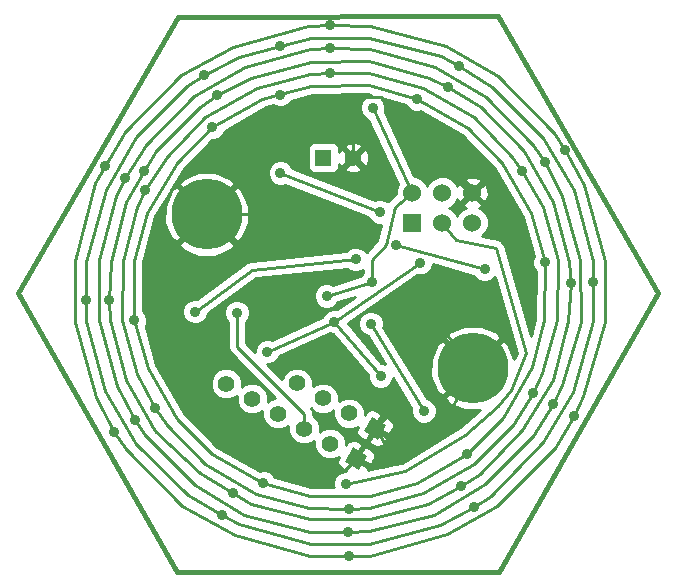
<source format=gtl>
G04 (created by PCBNEW-RS274X (2011-07-08 BZR 3044)-stable) date 5/7/2013 10:27:45 AM*
G01*
G70*
G90*
%MOIN*%
G04 Gerber Fmt 3.4, Leading zero omitted, Abs format*
%FSLAX34Y34*%
G04 APERTURE LIST*
%ADD10C,0.006000*%
%ADD11C,0.015000*%
%ADD12R,0.055000X0.055000*%
%ADD13C,0.055000*%
%ADD14R,0.060000X0.060000*%
%ADD15C,0.060000*%
%ADD16C,0.236200*%
%ADD17C,0.023600*%
%ADD18C,0.035000*%
%ADD19C,0.010000*%
G04 APERTURE END LIST*
G54D10*
G54D11*
X33980Y-28089D02*
X33972Y-28082D01*
X28661Y-37298D02*
X33980Y-28089D01*
X33965Y-46589D02*
X28661Y-37298D01*
X44697Y-46589D02*
X33965Y-46589D01*
X49996Y-37302D02*
X44697Y-46589D01*
X44646Y-28070D02*
X49996Y-37302D01*
X33972Y-28082D02*
X44646Y-28070D01*
G54D12*
X38831Y-32789D03*
G54D13*
X39831Y-32789D03*
G54D10*
G36*
X40297Y-42718D02*
X40022Y-43195D01*
X39545Y-42920D01*
X39820Y-42443D01*
X40297Y-42718D01*
X40297Y-42718D01*
G37*
G54D13*
X39055Y-42319D03*
X38189Y-41819D03*
X37323Y-41319D03*
X36457Y-40819D03*
X35591Y-40319D03*
G54D10*
G36*
X40927Y-41706D02*
X40652Y-42183D01*
X40175Y-41908D01*
X40450Y-41431D01*
X40927Y-41706D01*
X40927Y-41706D01*
G37*
G54D13*
X39685Y-41307D03*
X38819Y-40807D03*
X37953Y-40307D03*
G54D14*
X41791Y-34958D03*
G54D15*
X41791Y-33958D03*
X42791Y-34958D03*
X42791Y-33958D03*
X43791Y-34958D03*
X43791Y-33958D03*
G54D16*
X43803Y-39797D03*
G54D17*
X43803Y-38911D03*
X43803Y-40683D03*
X44571Y-39354D03*
X44571Y-40240D03*
X43035Y-39354D03*
X43035Y-40240D03*
G54D16*
X34937Y-34679D03*
G54D17*
X34937Y-33793D03*
X34937Y-35565D03*
X35705Y-34236D03*
X35705Y-35122D03*
X34169Y-34236D03*
X34169Y-35122D03*
G54D18*
X37374Y-29073D03*
X43846Y-44423D03*
X34850Y-30037D03*
X47823Y-36943D03*
X35441Y-44699D03*
X43343Y-29742D03*
X30913Y-37533D03*
X46882Y-32525D03*
X39043Y-28360D03*
X31543Y-33077D03*
X31839Y-41919D03*
X47193Y-41403D03*
X39669Y-46049D03*
X37394Y-33293D03*
X40713Y-34592D03*
X39906Y-36175D03*
X34551Y-37919D03*
X39587Y-43655D03*
X42177Y-41226D03*
X40409Y-38317D03*
X41252Y-35695D03*
X44205Y-36514D03*
X35126Y-31777D03*
X36827Y-43639D03*
X46205Y-36269D03*
X43630Y-42659D03*
X37386Y-30683D03*
X32531Y-38210D03*
X41949Y-30828D03*
X39059Y-29962D03*
X45449Y-33218D03*
X45823Y-40620D03*
X33220Y-41147D03*
X32898Y-33860D03*
X39669Y-44510D03*
X47067Y-36974D03*
X43406Y-43730D03*
X32850Y-33226D03*
X35819Y-43966D03*
X35268Y-30706D03*
X42992Y-30431D03*
X31681Y-37517D03*
X39650Y-45254D03*
X39059Y-29136D03*
X46220Y-32927D03*
X32543Y-41525D03*
X32220Y-33458D03*
X46488Y-41010D03*
X40732Y-40065D03*
X42043Y-36289D03*
X39193Y-38250D03*
X36961Y-39250D03*
X36575Y-32520D03*
X36654Y-42008D03*
X34488Y-40669D03*
X34764Y-36772D03*
X41732Y-41614D03*
X43819Y-37795D03*
X38346Y-37041D03*
X38346Y-37828D03*
X35945Y-37953D03*
X40469Y-31116D03*
X38937Y-37395D03*
X40441Y-36931D03*
G54D19*
X42728Y-45017D02*
X43846Y-44423D01*
X47181Y-33868D02*
X46161Y-32139D01*
X38409Y-45659D02*
X40358Y-45659D01*
X47819Y-38242D02*
X47823Y-36943D01*
X32579Y-42317D02*
X34331Y-44037D01*
X30913Y-37533D02*
X30913Y-38238D01*
X32567Y-32088D02*
X31575Y-33856D01*
X37374Y-29074D02*
X36020Y-29439D01*
X40358Y-28789D02*
X38429Y-28789D01*
X46161Y-32139D02*
X44441Y-30439D01*
X34850Y-30037D02*
X34291Y-30391D01*
X43846Y-44423D02*
X44421Y-44053D01*
X36020Y-29439D02*
X34850Y-30037D01*
X34331Y-44037D02*
X35441Y-44699D01*
X35441Y-44699D02*
X36012Y-44998D01*
X40358Y-45659D02*
X42728Y-45017D01*
X47138Y-40584D02*
X47819Y-38242D01*
X42752Y-29407D02*
X40358Y-28789D01*
X43343Y-29742D02*
X42752Y-29407D01*
X36012Y-44998D02*
X38409Y-45659D01*
X44441Y-30439D02*
X43343Y-29742D01*
X44421Y-44053D02*
X46157Y-42265D01*
X31575Y-33856D02*
X30913Y-36258D01*
X38429Y-28789D02*
X37374Y-29074D01*
X47823Y-36943D02*
X47799Y-36242D01*
X31559Y-40565D02*
X32579Y-42317D01*
X30913Y-36258D02*
X30913Y-37533D01*
X37374Y-29073D02*
X37374Y-29074D01*
X46157Y-42265D02*
X47138Y-40584D01*
X47799Y-36242D02*
X47181Y-33868D01*
X30913Y-38238D02*
X31559Y-40565D01*
X34291Y-30391D02*
X32567Y-32088D01*
X39669Y-46049D02*
X40382Y-46049D01*
X47484Y-40726D02*
X48209Y-38250D01*
X30551Y-38250D02*
X31240Y-40769D01*
X31220Y-33636D02*
X30547Y-36246D01*
X30547Y-36246D02*
X30551Y-38250D01*
X35831Y-29096D02*
X34071Y-30037D01*
X38323Y-28399D02*
X35831Y-29096D01*
X40382Y-28388D02*
X39043Y-28360D01*
X46882Y-32525D02*
X46512Y-31958D01*
X46512Y-31958D02*
X44661Y-30077D01*
X44661Y-30077D02*
X42929Y-29077D01*
X42929Y-29077D02*
X40382Y-28388D01*
X32240Y-42498D02*
X34126Y-44388D01*
X47520Y-33710D02*
X46882Y-32525D01*
X32220Y-31947D02*
X31543Y-33077D01*
X39043Y-28360D02*
X38323Y-28399D01*
X47193Y-41403D02*
X47484Y-40726D01*
X48201Y-36226D02*
X47520Y-33710D01*
X34071Y-30037D02*
X32220Y-31947D01*
X31240Y-40769D02*
X31839Y-41919D01*
X38370Y-46053D02*
X39669Y-46049D01*
X35882Y-45380D02*
X38370Y-46053D01*
X34126Y-44388D02*
X35882Y-45380D01*
X40382Y-46049D02*
X42941Y-45317D01*
X31839Y-41919D02*
X32240Y-42498D01*
X46559Y-42478D02*
X47193Y-41403D01*
X44630Y-44399D02*
X46559Y-42478D01*
X42941Y-45317D02*
X44630Y-44399D01*
X48209Y-38250D02*
X48201Y-36226D01*
X31543Y-33077D02*
X31220Y-33636D01*
X37394Y-33293D02*
X40713Y-34592D01*
X39906Y-36175D02*
X36465Y-36517D01*
X36465Y-36517D02*
X34551Y-37919D01*
X44591Y-35805D02*
X43244Y-35533D01*
X43244Y-35533D02*
X42791Y-34958D01*
X41559Y-43238D02*
X43559Y-42017D01*
X43559Y-42017D02*
X44650Y-41077D01*
X45594Y-39313D02*
X44591Y-35805D01*
X45071Y-40521D02*
X45594Y-39313D01*
X39587Y-43655D02*
X41559Y-43238D01*
X44650Y-41077D02*
X45071Y-40521D01*
X40409Y-38317D02*
X42177Y-41226D01*
X41252Y-35695D02*
X44205Y-36514D01*
X32531Y-38210D02*
X32969Y-39813D01*
X41945Y-43636D02*
X43630Y-42659D01*
X35126Y-31777D02*
X33949Y-32978D01*
X44783Y-32970D02*
X43638Y-31797D01*
X46205Y-36269D02*
X45760Y-34643D01*
X32969Y-39813D02*
X33937Y-41502D01*
X38378Y-44049D02*
X40374Y-44061D01*
X32512Y-36242D02*
X32531Y-38210D01*
X35114Y-42659D02*
X36827Y-43639D01*
X33937Y-41502D02*
X35114Y-42659D01*
X40374Y-44061D02*
X41945Y-43636D01*
X37373Y-30677D02*
X37374Y-30677D01*
X37386Y-30683D02*
X37373Y-30677D01*
X46189Y-38210D02*
X46205Y-36269D01*
X33949Y-32978D02*
X32945Y-34624D01*
X36827Y-43639D02*
X38378Y-44049D01*
X32945Y-34624D02*
X32512Y-36242D01*
X40346Y-30360D02*
X38406Y-30403D01*
X37374Y-30677D02*
X36791Y-30832D01*
X45776Y-39758D02*
X46189Y-38210D01*
X43630Y-42659D02*
X44831Y-41454D01*
X43638Y-31797D02*
X41949Y-30828D01*
X45760Y-34643D02*
X44783Y-32970D01*
X38406Y-30403D02*
X37374Y-30677D01*
X44831Y-41454D02*
X45776Y-39758D01*
X41949Y-30828D02*
X40346Y-30360D01*
X36791Y-30832D02*
X35126Y-31777D01*
X45122Y-32765D02*
X43843Y-31443D01*
X34894Y-31431D02*
X33602Y-32754D01*
X46142Y-34439D02*
X45449Y-33218D01*
X32134Y-36242D02*
X32122Y-38206D01*
X43839Y-42990D02*
X45161Y-41699D01*
X33602Y-41691D02*
X34898Y-42994D01*
X32614Y-34443D02*
X32134Y-36242D01*
X46650Y-36199D02*
X46142Y-34439D01*
X46130Y-39978D02*
X46630Y-38206D01*
X38362Y-44466D02*
X39669Y-44510D01*
X36598Y-43986D02*
X38362Y-44466D01*
X43843Y-31443D02*
X42134Y-30462D01*
X45823Y-40620D02*
X46130Y-39978D01*
X45161Y-41699D02*
X45823Y-40620D01*
X39669Y-44510D02*
X40362Y-44478D01*
X33602Y-32754D02*
X32898Y-33860D01*
X36618Y-30470D02*
X34894Y-31431D01*
X32614Y-39986D02*
X33220Y-41147D01*
X46630Y-38206D02*
X46650Y-36199D01*
X32122Y-38206D02*
X32614Y-39986D01*
X39059Y-29962D02*
X38398Y-29990D01*
X45449Y-33218D02*
X45122Y-32765D01*
X40362Y-44478D02*
X42138Y-43978D01*
X42134Y-30462D02*
X40362Y-29966D01*
X38398Y-29990D02*
X36618Y-30470D01*
X32898Y-33860D02*
X32614Y-34443D01*
X40362Y-29966D02*
X39059Y-29962D01*
X34898Y-42994D02*
X36598Y-43986D01*
X33220Y-41147D02*
X33602Y-41691D01*
X42138Y-43978D02*
X43839Y-42990D01*
X43406Y-43730D02*
X42323Y-44325D01*
X31717Y-38199D02*
X31681Y-37517D01*
X36413Y-30128D02*
X38402Y-29588D01*
X38394Y-44836D02*
X36402Y-44317D01*
X40370Y-44836D02*
X38394Y-44836D01*
X42323Y-44325D02*
X40370Y-44836D01*
X44051Y-43336D02*
X43406Y-43730D01*
X45461Y-41880D02*
X44051Y-43336D01*
X46480Y-40214D02*
X45461Y-41880D01*
X46976Y-38222D02*
X46480Y-40214D01*
X42362Y-30120D02*
X42992Y-30431D01*
X35819Y-43966D02*
X35817Y-43970D01*
X32236Y-34250D02*
X32858Y-33227D01*
X32850Y-33226D02*
X32858Y-33228D01*
X32858Y-33228D02*
X32858Y-33227D01*
X33256Y-32573D02*
X34701Y-31104D01*
X42992Y-30431D02*
X44067Y-31108D01*
X46480Y-34273D02*
X47020Y-36262D01*
X33209Y-41899D02*
X32264Y-40187D01*
X31681Y-37517D02*
X31732Y-36258D01*
X34701Y-31104D02*
X35268Y-30706D01*
X45508Y-32565D02*
X46480Y-34273D01*
X38402Y-29588D02*
X40362Y-29569D01*
X40362Y-29569D02*
X42362Y-30120D01*
X35268Y-30706D02*
X36413Y-30128D01*
X44067Y-31108D02*
X45508Y-32565D01*
X47067Y-36974D02*
X46976Y-38222D01*
X31732Y-36258D02*
X32236Y-34250D01*
X35817Y-43970D02*
X34701Y-43309D01*
X34701Y-43309D02*
X33209Y-41899D01*
X32264Y-40187D02*
X31717Y-38199D01*
X36402Y-44317D02*
X35817Y-43970D01*
X47020Y-36262D02*
X47067Y-36974D01*
X32858Y-33227D02*
X33256Y-32573D01*
X31350Y-38195D02*
X31941Y-40407D01*
X34539Y-43702D02*
X36181Y-44683D01*
X47398Y-36210D02*
X46795Y-34069D01*
X36181Y-44683D02*
X38382Y-45262D01*
X38382Y-45262D02*
X39650Y-45254D01*
X32543Y-41525D02*
X32886Y-42041D01*
X45807Y-42069D02*
X46488Y-41010D01*
X44224Y-43659D02*
X45807Y-42069D01*
X42520Y-44683D02*
X44224Y-43659D01*
X40343Y-45218D02*
X42520Y-44683D01*
X31941Y-40407D02*
X32543Y-41525D01*
X32929Y-32368D02*
X32220Y-33458D01*
X31335Y-36214D02*
X31350Y-38195D01*
X32220Y-33458D02*
X31913Y-34061D01*
X46220Y-32927D02*
X45831Y-32368D01*
X34520Y-30738D02*
X32929Y-32368D01*
X32886Y-42041D02*
X34539Y-43702D01*
X46783Y-40376D02*
X47402Y-38250D01*
X47402Y-38250D02*
X47398Y-36210D01*
X39650Y-45254D02*
X40343Y-45218D01*
X45831Y-32368D02*
X44252Y-30769D01*
X44252Y-30769D02*
X42539Y-29750D01*
X42539Y-29750D02*
X40382Y-29167D01*
X40382Y-29167D02*
X39059Y-29136D01*
X36228Y-29765D02*
X34520Y-30738D01*
X38386Y-29155D02*
X36228Y-29765D01*
X46795Y-34069D02*
X46220Y-32927D01*
X46488Y-41010D02*
X46783Y-40376D01*
X39059Y-29136D02*
X38386Y-29155D01*
X31913Y-34061D02*
X31335Y-36214D01*
X39193Y-38250D02*
X40732Y-40065D01*
X39193Y-38250D02*
X36961Y-39250D01*
X39193Y-38250D02*
X42043Y-36289D01*
X39831Y-32789D02*
X39831Y-31130D01*
X39831Y-31130D02*
X39449Y-30748D01*
X36575Y-32520D02*
X37677Y-32520D01*
X37677Y-32520D02*
X39449Y-30748D01*
X43791Y-33791D02*
X43791Y-33958D01*
X39449Y-30748D02*
X40748Y-30748D01*
X40748Y-30748D02*
X43791Y-33791D01*
X36437Y-34679D02*
X36437Y-33721D01*
X36575Y-33583D02*
X36575Y-32520D01*
X36437Y-33721D02*
X36575Y-33583D01*
X34937Y-34679D02*
X36437Y-34679D01*
X36437Y-34679D02*
X36411Y-34679D01*
X36411Y-34679D02*
X36496Y-34764D01*
X36654Y-42008D02*
X37047Y-42008D01*
X39512Y-43228D02*
X39921Y-42819D01*
X38267Y-43228D02*
X39512Y-43228D01*
X37047Y-42008D02*
X38267Y-43228D01*
X35827Y-42008D02*
X36654Y-42008D01*
X34488Y-40669D02*
X35827Y-42008D01*
X36496Y-34764D02*
X36496Y-34882D01*
X36496Y-34882D02*
X36496Y-35237D01*
X36496Y-35237D02*
X34961Y-36772D01*
X34764Y-36772D02*
X34961Y-36772D01*
X40980Y-41378D02*
X40551Y-41807D01*
X41496Y-41378D02*
X40980Y-41378D01*
X41732Y-41614D02*
X41496Y-41378D01*
X42835Y-38569D02*
X43819Y-37809D01*
X42835Y-38569D02*
X43803Y-39797D01*
X43819Y-37795D02*
X43819Y-37809D01*
X38346Y-37828D02*
X38346Y-37041D01*
X43803Y-39797D02*
X42551Y-42179D01*
X40551Y-41807D02*
X41228Y-42848D01*
X42551Y-42179D02*
X41228Y-42848D01*
X38189Y-41819D02*
X38189Y-41339D01*
X35945Y-39095D02*
X35945Y-37953D01*
X38189Y-41339D02*
X35945Y-39095D01*
X40441Y-36202D02*
X40441Y-36931D01*
X40902Y-35687D02*
X40441Y-36202D01*
X41201Y-34419D02*
X40902Y-35687D01*
X41791Y-33958D02*
X41201Y-34419D01*
X38937Y-37395D02*
X40441Y-36931D01*
X41791Y-33958D02*
X40469Y-31116D01*
G54D10*
G36*
X35349Y-34337D02*
X35008Y-34679D01*
X35348Y-35019D01*
X35337Y-35049D01*
X35337Y-35150D01*
X34937Y-34750D01*
X34537Y-35150D01*
X34537Y-35049D01*
X34524Y-35020D01*
X34866Y-34679D01*
X34525Y-34338D01*
X34537Y-34309D01*
X34537Y-34208D01*
X34937Y-34608D01*
X35337Y-34208D01*
X35337Y-34309D01*
X35349Y-34337D01*
X35349Y-34337D01*
G37*
G54D19*
X35349Y-34337D02*
X35008Y-34679D01*
X35348Y-35019D01*
X35337Y-35049D01*
X35337Y-35150D01*
X34937Y-34750D01*
X34537Y-35150D01*
X34537Y-35049D01*
X34524Y-35020D01*
X34866Y-34679D01*
X34525Y-34338D01*
X34537Y-34309D01*
X34537Y-34208D01*
X34937Y-34608D01*
X35337Y-34208D01*
X35337Y-34309D01*
X35349Y-34337D01*
G54D10*
G36*
X41319Y-33662D02*
X41242Y-33849D01*
X41242Y-34006D01*
X41016Y-34183D01*
X40985Y-34218D01*
X40962Y-34240D01*
X40954Y-34232D01*
X40798Y-34167D01*
X40629Y-34167D01*
X40539Y-34203D01*
X40350Y-34128D01*
X40350Y-32863D01*
X40339Y-32659D01*
X40283Y-32522D01*
X40192Y-32499D01*
X40121Y-32570D01*
X40121Y-32428D01*
X40098Y-32337D01*
X39905Y-32270D01*
X39701Y-32281D01*
X39564Y-32337D01*
X39541Y-32428D01*
X39831Y-32718D01*
X40121Y-32428D01*
X40121Y-32570D01*
X39902Y-32789D01*
X40192Y-33079D01*
X40283Y-33056D01*
X40350Y-32863D01*
X40350Y-34128D01*
X40121Y-34039D01*
X40121Y-33150D01*
X39831Y-32860D01*
X39760Y-32931D01*
X39760Y-32789D01*
X39470Y-32499D01*
X39379Y-32522D01*
X39355Y-32591D01*
X39355Y-32465D01*
X39317Y-32373D01*
X39247Y-32303D01*
X39156Y-32265D01*
X39057Y-32265D01*
X38507Y-32265D01*
X38415Y-32303D01*
X38345Y-32373D01*
X38307Y-32464D01*
X38307Y-32563D01*
X38307Y-33113D01*
X38345Y-33205D01*
X38415Y-33275D01*
X38506Y-33313D01*
X38605Y-33313D01*
X39155Y-33313D01*
X39247Y-33275D01*
X39317Y-33205D01*
X39355Y-33114D01*
X39355Y-33015D01*
X39355Y-32997D01*
X39379Y-33056D01*
X39470Y-33079D01*
X39760Y-32789D01*
X39760Y-32931D01*
X39541Y-33150D01*
X39564Y-33241D01*
X39757Y-33308D01*
X39961Y-33297D01*
X40098Y-33241D01*
X40121Y-33150D01*
X40121Y-34039D01*
X37784Y-33124D01*
X37755Y-33053D01*
X37635Y-32933D01*
X37479Y-32868D01*
X37310Y-32868D01*
X37154Y-32932D01*
X37034Y-33052D01*
X36969Y-33208D01*
X36969Y-33377D01*
X37033Y-33533D01*
X37153Y-33653D01*
X37309Y-33718D01*
X37478Y-33718D01*
X37565Y-33682D01*
X40323Y-34763D01*
X40352Y-34832D01*
X40472Y-34952D01*
X40628Y-35017D01*
X40752Y-35017D01*
X40627Y-35543D01*
X40270Y-35942D01*
X40267Y-35935D01*
X40147Y-35815D01*
X39991Y-35750D01*
X39822Y-35750D01*
X39666Y-35814D01*
X39575Y-35904D01*
X36435Y-36218D01*
X36408Y-36226D01*
X36394Y-36227D01*
X36368Y-36238D01*
X36323Y-36253D01*
X36304Y-36268D01*
X36288Y-36276D01*
X34624Y-37494D01*
X34467Y-37494D01*
X34311Y-37558D01*
X34191Y-37678D01*
X34126Y-37834D01*
X34126Y-38003D01*
X34190Y-38159D01*
X34310Y-38279D01*
X34466Y-38344D01*
X34635Y-38344D01*
X34791Y-38280D01*
X34911Y-38160D01*
X34976Y-38004D01*
X34976Y-37979D01*
X36576Y-36807D01*
X39632Y-36502D01*
X39665Y-36535D01*
X39821Y-36600D01*
X39990Y-36600D01*
X40141Y-36538D01*
X40141Y-36630D01*
X40081Y-36690D01*
X40062Y-36735D01*
X39139Y-37018D01*
X39022Y-36970D01*
X38853Y-36970D01*
X38697Y-37034D01*
X38577Y-37154D01*
X38512Y-37310D01*
X38512Y-37479D01*
X38576Y-37635D01*
X38696Y-37755D01*
X38852Y-37820D01*
X39021Y-37820D01*
X39177Y-37756D01*
X39297Y-37636D01*
X39315Y-37592D01*
X39867Y-37422D01*
X39280Y-37826D01*
X39278Y-37825D01*
X39109Y-37825D01*
X38953Y-37889D01*
X38833Y-38009D01*
X38794Y-38101D01*
X37113Y-38853D01*
X37046Y-38825D01*
X36877Y-38825D01*
X36721Y-38889D01*
X36601Y-39009D01*
X36536Y-39165D01*
X36536Y-39262D01*
X36245Y-38971D01*
X36245Y-38254D01*
X36305Y-38194D01*
X36370Y-38038D01*
X36370Y-37869D01*
X36306Y-37713D01*
X36186Y-37593D01*
X36030Y-37528D01*
X35861Y-37528D01*
X35705Y-37592D01*
X35585Y-37712D01*
X35520Y-37868D01*
X35520Y-38037D01*
X35584Y-38193D01*
X35645Y-38254D01*
X35645Y-39095D01*
X35668Y-39210D01*
X35733Y-39307D01*
X37220Y-40794D01*
X37219Y-40794D01*
X37026Y-40874D01*
X36982Y-40917D01*
X36982Y-40715D01*
X36902Y-40522D01*
X36755Y-40374D01*
X36562Y-40294D01*
X36353Y-40294D01*
X36160Y-40374D01*
X36116Y-40417D01*
X36116Y-40215D01*
X36036Y-40022D01*
X35889Y-39874D01*
X35696Y-39794D01*
X35487Y-39794D01*
X35294Y-39874D01*
X35146Y-40021D01*
X35066Y-40214D01*
X35066Y-40423D01*
X35146Y-40616D01*
X35293Y-40764D01*
X35486Y-40844D01*
X35695Y-40844D01*
X35888Y-40764D01*
X35932Y-40720D01*
X35932Y-40923D01*
X36012Y-41116D01*
X36159Y-41264D01*
X36352Y-41344D01*
X36561Y-41344D01*
X36754Y-41264D01*
X36798Y-41220D01*
X36798Y-41423D01*
X36878Y-41616D01*
X37025Y-41764D01*
X37218Y-41844D01*
X37427Y-41844D01*
X37620Y-41764D01*
X37664Y-41720D01*
X37664Y-41923D01*
X37744Y-42116D01*
X37891Y-42264D01*
X38084Y-42344D01*
X38293Y-42344D01*
X38486Y-42264D01*
X38530Y-42220D01*
X38530Y-42423D01*
X38610Y-42616D01*
X38757Y-42764D01*
X38950Y-42844D01*
X39159Y-42844D01*
X39346Y-42766D01*
X39305Y-42838D01*
X39292Y-42936D01*
X39318Y-43032D01*
X39378Y-43111D01*
X39562Y-43218D01*
X39577Y-43213D01*
X39572Y-43224D01*
X39582Y-43230D01*
X39503Y-43230D01*
X39347Y-43294D01*
X39227Y-43414D01*
X39162Y-43570D01*
X39162Y-43739D01*
X39167Y-43752D01*
X38416Y-43749D01*
X37199Y-43427D01*
X37188Y-43399D01*
X37068Y-43279D01*
X36912Y-43214D01*
X36743Y-43214D01*
X36710Y-43227D01*
X35297Y-42418D01*
X34173Y-41314D01*
X33250Y-39701D01*
X32901Y-38426D01*
X32956Y-38295D01*
X32956Y-38126D01*
X32892Y-37970D01*
X32829Y-37907D01*
X32812Y-36280D01*
X33224Y-34741D01*
X33746Y-33886D01*
X33534Y-34393D01*
X33531Y-34952D01*
X33743Y-35469D01*
X33750Y-35479D01*
X33934Y-35611D01*
X34066Y-35478D01*
X34096Y-35490D01*
X34197Y-35490D01*
X34005Y-35682D01*
X34137Y-35866D01*
X34651Y-36082D01*
X35210Y-36085D01*
X35727Y-35873D01*
X35737Y-35866D01*
X35869Y-35682D01*
X35677Y-35490D01*
X35778Y-35490D01*
X35806Y-35477D01*
X35940Y-35611D01*
X36124Y-35479D01*
X36340Y-34965D01*
X36343Y-34406D01*
X36131Y-33889D01*
X36124Y-33879D01*
X35940Y-33747D01*
X35807Y-33879D01*
X35778Y-33868D01*
X35677Y-33868D01*
X35869Y-33676D01*
X35737Y-33492D01*
X35223Y-33276D01*
X34664Y-33273D01*
X34147Y-33485D01*
X34137Y-33492D01*
X34005Y-33676D01*
X34197Y-33868D01*
X34096Y-33868D01*
X34067Y-33880D01*
X33934Y-33747D01*
X33752Y-33877D01*
X34191Y-33159D01*
X35128Y-32202D01*
X35210Y-32202D01*
X35366Y-32138D01*
X35486Y-32018D01*
X35540Y-31886D01*
X36900Y-31113D01*
X37152Y-31046D01*
X37301Y-31108D01*
X37470Y-31108D01*
X37626Y-31044D01*
X37746Y-30924D01*
X37762Y-30884D01*
X38447Y-30702D01*
X40303Y-30660D01*
X40409Y-30691D01*
X40385Y-30691D01*
X40229Y-30755D01*
X40109Y-30875D01*
X40044Y-31031D01*
X40044Y-31200D01*
X40108Y-31356D01*
X40228Y-31476D01*
X40324Y-31516D01*
X41319Y-33662D01*
X41319Y-33662D01*
G37*
G54D19*
X41319Y-33662D02*
X41242Y-33849D01*
X41242Y-34006D01*
X41016Y-34183D01*
X40985Y-34218D01*
X40962Y-34240D01*
X40954Y-34232D01*
X40798Y-34167D01*
X40629Y-34167D01*
X40539Y-34203D01*
X40350Y-34128D01*
X40350Y-32863D01*
X40339Y-32659D01*
X40283Y-32522D01*
X40192Y-32499D01*
X40121Y-32570D01*
X40121Y-32428D01*
X40098Y-32337D01*
X39905Y-32270D01*
X39701Y-32281D01*
X39564Y-32337D01*
X39541Y-32428D01*
X39831Y-32718D01*
X40121Y-32428D01*
X40121Y-32570D01*
X39902Y-32789D01*
X40192Y-33079D01*
X40283Y-33056D01*
X40350Y-32863D01*
X40350Y-34128D01*
X40121Y-34039D01*
X40121Y-33150D01*
X39831Y-32860D01*
X39760Y-32931D01*
X39760Y-32789D01*
X39470Y-32499D01*
X39379Y-32522D01*
X39355Y-32591D01*
X39355Y-32465D01*
X39317Y-32373D01*
X39247Y-32303D01*
X39156Y-32265D01*
X39057Y-32265D01*
X38507Y-32265D01*
X38415Y-32303D01*
X38345Y-32373D01*
X38307Y-32464D01*
X38307Y-32563D01*
X38307Y-33113D01*
X38345Y-33205D01*
X38415Y-33275D01*
X38506Y-33313D01*
X38605Y-33313D01*
X39155Y-33313D01*
X39247Y-33275D01*
X39317Y-33205D01*
X39355Y-33114D01*
X39355Y-33015D01*
X39355Y-32997D01*
X39379Y-33056D01*
X39470Y-33079D01*
X39760Y-32789D01*
X39760Y-32931D01*
X39541Y-33150D01*
X39564Y-33241D01*
X39757Y-33308D01*
X39961Y-33297D01*
X40098Y-33241D01*
X40121Y-33150D01*
X40121Y-34039D01*
X37784Y-33124D01*
X37755Y-33053D01*
X37635Y-32933D01*
X37479Y-32868D01*
X37310Y-32868D01*
X37154Y-32932D01*
X37034Y-33052D01*
X36969Y-33208D01*
X36969Y-33377D01*
X37033Y-33533D01*
X37153Y-33653D01*
X37309Y-33718D01*
X37478Y-33718D01*
X37565Y-33682D01*
X40323Y-34763D01*
X40352Y-34832D01*
X40472Y-34952D01*
X40628Y-35017D01*
X40752Y-35017D01*
X40627Y-35543D01*
X40270Y-35942D01*
X40267Y-35935D01*
X40147Y-35815D01*
X39991Y-35750D01*
X39822Y-35750D01*
X39666Y-35814D01*
X39575Y-35904D01*
X36435Y-36218D01*
X36408Y-36226D01*
X36394Y-36227D01*
X36368Y-36238D01*
X36323Y-36253D01*
X36304Y-36268D01*
X36288Y-36276D01*
X34624Y-37494D01*
X34467Y-37494D01*
X34311Y-37558D01*
X34191Y-37678D01*
X34126Y-37834D01*
X34126Y-38003D01*
X34190Y-38159D01*
X34310Y-38279D01*
X34466Y-38344D01*
X34635Y-38344D01*
X34791Y-38280D01*
X34911Y-38160D01*
X34976Y-38004D01*
X34976Y-37979D01*
X36576Y-36807D01*
X39632Y-36502D01*
X39665Y-36535D01*
X39821Y-36600D01*
X39990Y-36600D01*
X40141Y-36538D01*
X40141Y-36630D01*
X40081Y-36690D01*
X40062Y-36735D01*
X39139Y-37018D01*
X39022Y-36970D01*
X38853Y-36970D01*
X38697Y-37034D01*
X38577Y-37154D01*
X38512Y-37310D01*
X38512Y-37479D01*
X38576Y-37635D01*
X38696Y-37755D01*
X38852Y-37820D01*
X39021Y-37820D01*
X39177Y-37756D01*
X39297Y-37636D01*
X39315Y-37592D01*
X39867Y-37422D01*
X39280Y-37826D01*
X39278Y-37825D01*
X39109Y-37825D01*
X38953Y-37889D01*
X38833Y-38009D01*
X38794Y-38101D01*
X37113Y-38853D01*
X37046Y-38825D01*
X36877Y-38825D01*
X36721Y-38889D01*
X36601Y-39009D01*
X36536Y-39165D01*
X36536Y-39262D01*
X36245Y-38971D01*
X36245Y-38254D01*
X36305Y-38194D01*
X36370Y-38038D01*
X36370Y-37869D01*
X36306Y-37713D01*
X36186Y-37593D01*
X36030Y-37528D01*
X35861Y-37528D01*
X35705Y-37592D01*
X35585Y-37712D01*
X35520Y-37868D01*
X35520Y-38037D01*
X35584Y-38193D01*
X35645Y-38254D01*
X35645Y-39095D01*
X35668Y-39210D01*
X35733Y-39307D01*
X37220Y-40794D01*
X37219Y-40794D01*
X37026Y-40874D01*
X36982Y-40917D01*
X36982Y-40715D01*
X36902Y-40522D01*
X36755Y-40374D01*
X36562Y-40294D01*
X36353Y-40294D01*
X36160Y-40374D01*
X36116Y-40417D01*
X36116Y-40215D01*
X36036Y-40022D01*
X35889Y-39874D01*
X35696Y-39794D01*
X35487Y-39794D01*
X35294Y-39874D01*
X35146Y-40021D01*
X35066Y-40214D01*
X35066Y-40423D01*
X35146Y-40616D01*
X35293Y-40764D01*
X35486Y-40844D01*
X35695Y-40844D01*
X35888Y-40764D01*
X35932Y-40720D01*
X35932Y-40923D01*
X36012Y-41116D01*
X36159Y-41264D01*
X36352Y-41344D01*
X36561Y-41344D01*
X36754Y-41264D01*
X36798Y-41220D01*
X36798Y-41423D01*
X36878Y-41616D01*
X37025Y-41764D01*
X37218Y-41844D01*
X37427Y-41844D01*
X37620Y-41764D01*
X37664Y-41720D01*
X37664Y-41923D01*
X37744Y-42116D01*
X37891Y-42264D01*
X38084Y-42344D01*
X38293Y-42344D01*
X38486Y-42264D01*
X38530Y-42220D01*
X38530Y-42423D01*
X38610Y-42616D01*
X38757Y-42764D01*
X38950Y-42844D01*
X39159Y-42844D01*
X39346Y-42766D01*
X39305Y-42838D01*
X39292Y-42936D01*
X39318Y-43032D01*
X39378Y-43111D01*
X39562Y-43218D01*
X39577Y-43213D01*
X39572Y-43224D01*
X39582Y-43230D01*
X39503Y-43230D01*
X39347Y-43294D01*
X39227Y-43414D01*
X39162Y-43570D01*
X39162Y-43739D01*
X39167Y-43752D01*
X38416Y-43749D01*
X37199Y-43427D01*
X37188Y-43399D01*
X37068Y-43279D01*
X36912Y-43214D01*
X36743Y-43214D01*
X36710Y-43227D01*
X35297Y-42418D01*
X34173Y-41314D01*
X33250Y-39701D01*
X32901Y-38426D01*
X32956Y-38295D01*
X32956Y-38126D01*
X32892Y-37970D01*
X32829Y-37907D01*
X32812Y-36280D01*
X33224Y-34741D01*
X33746Y-33886D01*
X33534Y-34393D01*
X33531Y-34952D01*
X33743Y-35469D01*
X33750Y-35479D01*
X33934Y-35611D01*
X34066Y-35478D01*
X34096Y-35490D01*
X34197Y-35490D01*
X34005Y-35682D01*
X34137Y-35866D01*
X34651Y-36082D01*
X35210Y-36085D01*
X35727Y-35873D01*
X35737Y-35866D01*
X35869Y-35682D01*
X35677Y-35490D01*
X35778Y-35490D01*
X35806Y-35477D01*
X35940Y-35611D01*
X36124Y-35479D01*
X36340Y-34965D01*
X36343Y-34406D01*
X36131Y-33889D01*
X36124Y-33879D01*
X35940Y-33747D01*
X35807Y-33879D01*
X35778Y-33868D01*
X35677Y-33868D01*
X35869Y-33676D01*
X35737Y-33492D01*
X35223Y-33276D01*
X34664Y-33273D01*
X34147Y-33485D01*
X34137Y-33492D01*
X34005Y-33676D01*
X34197Y-33868D01*
X34096Y-33868D01*
X34067Y-33880D01*
X33934Y-33747D01*
X33752Y-33877D01*
X34191Y-33159D01*
X35128Y-32202D01*
X35210Y-32202D01*
X35366Y-32138D01*
X35486Y-32018D01*
X35540Y-31886D01*
X36900Y-31113D01*
X37152Y-31046D01*
X37301Y-31108D01*
X37470Y-31108D01*
X37626Y-31044D01*
X37746Y-30924D01*
X37762Y-30884D01*
X38447Y-30702D01*
X40303Y-30660D01*
X40409Y-30691D01*
X40385Y-30691D01*
X40229Y-30755D01*
X40109Y-30875D01*
X40044Y-31031D01*
X40044Y-31200D01*
X40108Y-31356D01*
X40228Y-31476D01*
X40324Y-31516D01*
X41319Y-33662D01*
G54D10*
G36*
X44215Y-39455D02*
X43874Y-39797D01*
X43803Y-39868D01*
X43768Y-39903D01*
X43403Y-40268D01*
X43403Y-40167D01*
X43390Y-40138D01*
X43732Y-39797D01*
X43391Y-39456D01*
X43403Y-39427D01*
X43403Y-39326D01*
X43803Y-39726D01*
X44203Y-39326D01*
X44203Y-39427D01*
X44215Y-39455D01*
X44215Y-39455D01*
G37*
G54D19*
X44215Y-39455D02*
X43874Y-39797D01*
X43803Y-39868D01*
X43768Y-39903D01*
X43403Y-40268D01*
X43403Y-40167D01*
X43390Y-40138D01*
X43732Y-39797D01*
X43391Y-39456D01*
X43403Y-39427D01*
X43403Y-39326D01*
X43803Y-39726D01*
X44203Y-39326D01*
X44203Y-39427D01*
X44215Y-39455D01*
G54D10*
G36*
X45277Y-39287D02*
X45192Y-39484D01*
X44997Y-39007D01*
X44990Y-38997D01*
X44806Y-38865D01*
X44673Y-38997D01*
X44644Y-38986D01*
X44543Y-38986D01*
X44735Y-38794D01*
X44603Y-38610D01*
X44089Y-38394D01*
X43530Y-38391D01*
X43013Y-38603D01*
X43003Y-38610D01*
X42871Y-38794D01*
X43063Y-38986D01*
X42962Y-38986D01*
X42933Y-38998D01*
X42800Y-38865D01*
X42616Y-38997D01*
X42400Y-39511D01*
X42397Y-40070D01*
X42609Y-40587D01*
X42616Y-40597D01*
X42800Y-40729D01*
X42932Y-40596D01*
X42962Y-40608D01*
X43063Y-40608D01*
X42871Y-40800D01*
X43003Y-40984D01*
X43517Y-41200D01*
X44045Y-41202D01*
X43381Y-41774D01*
X41443Y-42957D01*
X41180Y-43012D01*
X41180Y-41690D01*
X41154Y-41594D01*
X41094Y-41515D01*
X40910Y-41408D01*
X40826Y-41431D01*
X40619Y-41789D01*
X40977Y-41995D01*
X41062Y-41973D01*
X41118Y-41873D01*
X41167Y-41788D01*
X41180Y-41690D01*
X41180Y-43012D01*
X40950Y-43060D01*
X40950Y-42166D01*
X40927Y-42082D01*
X40569Y-41875D01*
X40363Y-42233D01*
X40385Y-42318D01*
X40570Y-42423D01*
X40668Y-42436D01*
X40764Y-42410D01*
X40842Y-42350D01*
X40892Y-42265D01*
X40950Y-42166D01*
X40950Y-43060D01*
X40550Y-43144D01*
X40550Y-42702D01*
X40524Y-42606D01*
X40464Y-42527D01*
X40280Y-42420D01*
X40196Y-42443D01*
X39989Y-42801D01*
X40347Y-43007D01*
X40432Y-42985D01*
X40488Y-42885D01*
X40537Y-42800D01*
X40550Y-42702D01*
X40550Y-43144D01*
X40309Y-43195D01*
X40320Y-43178D01*
X40297Y-43094D01*
X39983Y-42912D01*
X39939Y-42887D01*
X39853Y-42837D01*
X39902Y-42750D01*
X39903Y-42751D01*
X39928Y-42707D01*
X40109Y-42393D01*
X40087Y-42308D01*
X39902Y-42203D01*
X39804Y-42190D01*
X39708Y-42216D01*
X39630Y-42276D01*
X39580Y-42361D01*
X39580Y-42215D01*
X39500Y-42022D01*
X39353Y-41874D01*
X39160Y-41794D01*
X38951Y-41794D01*
X38758Y-41874D01*
X38714Y-41917D01*
X38714Y-41715D01*
X38634Y-41522D01*
X38489Y-41376D01*
X38489Y-41339D01*
X38466Y-41224D01*
X38409Y-41139D01*
X38521Y-41252D01*
X38714Y-41332D01*
X38923Y-41332D01*
X39116Y-41252D01*
X39160Y-41208D01*
X39160Y-41411D01*
X39240Y-41604D01*
X39387Y-41752D01*
X39580Y-41832D01*
X39789Y-41832D01*
X39976Y-41754D01*
X39935Y-41826D01*
X39922Y-41924D01*
X39948Y-42020D01*
X40008Y-42099D01*
X40192Y-42206D01*
X40276Y-42183D01*
X40457Y-41868D01*
X40458Y-41869D01*
X40483Y-41825D01*
X40532Y-41738D01*
X40533Y-41739D01*
X40558Y-41695D01*
X40739Y-41381D01*
X40717Y-41296D01*
X40532Y-41191D01*
X40434Y-41178D01*
X40338Y-41204D01*
X40260Y-41264D01*
X40210Y-41349D01*
X40210Y-41203D01*
X40130Y-41010D01*
X39983Y-40862D01*
X39790Y-40782D01*
X39581Y-40782D01*
X39388Y-40862D01*
X39344Y-40905D01*
X39344Y-40703D01*
X39264Y-40510D01*
X39117Y-40362D01*
X38924Y-40282D01*
X38715Y-40282D01*
X38522Y-40362D01*
X38478Y-40405D01*
X38478Y-40203D01*
X38398Y-40010D01*
X38251Y-39862D01*
X38058Y-39782D01*
X37849Y-39782D01*
X37656Y-39862D01*
X37508Y-40009D01*
X37442Y-40168D01*
X36949Y-39675D01*
X37045Y-39675D01*
X37201Y-39611D01*
X37321Y-39491D01*
X37358Y-39400D01*
X39041Y-38647D01*
X39108Y-38675D01*
X39159Y-38675D01*
X40307Y-40026D01*
X40307Y-40149D01*
X40371Y-40305D01*
X40491Y-40425D01*
X40647Y-40490D01*
X40816Y-40490D01*
X40972Y-40426D01*
X41092Y-40306D01*
X41157Y-40150D01*
X41157Y-40124D01*
X41761Y-41118D01*
X41752Y-41141D01*
X41752Y-41310D01*
X41816Y-41466D01*
X41936Y-41586D01*
X42092Y-41651D01*
X42261Y-41651D01*
X42417Y-41587D01*
X42537Y-41467D01*
X42602Y-41311D01*
X42602Y-41142D01*
X42538Y-40986D01*
X42418Y-40866D01*
X42273Y-40805D01*
X40824Y-38423D01*
X40834Y-38402D01*
X40834Y-38233D01*
X40770Y-38077D01*
X40650Y-37957D01*
X40494Y-37892D01*
X40325Y-37892D01*
X40169Y-37956D01*
X40049Y-38076D01*
X39984Y-38232D01*
X39984Y-38401D01*
X40048Y-38557D01*
X40168Y-38677D01*
X40314Y-38737D01*
X40877Y-39665D01*
X40817Y-39640D01*
X40765Y-39640D01*
X39636Y-38308D01*
X41957Y-36713D01*
X41958Y-36714D01*
X42127Y-36714D01*
X42283Y-36650D01*
X42403Y-36530D01*
X42468Y-36374D01*
X42468Y-36343D01*
X43830Y-36721D01*
X43844Y-36754D01*
X43964Y-36874D01*
X44120Y-36939D01*
X44289Y-36939D01*
X44445Y-36875D01*
X44554Y-36765D01*
X45277Y-39287D01*
X45277Y-39287D01*
G37*
G54D19*
X45277Y-39287D02*
X45192Y-39484D01*
X44997Y-39007D01*
X44990Y-38997D01*
X44806Y-38865D01*
X44673Y-38997D01*
X44644Y-38986D01*
X44543Y-38986D01*
X44735Y-38794D01*
X44603Y-38610D01*
X44089Y-38394D01*
X43530Y-38391D01*
X43013Y-38603D01*
X43003Y-38610D01*
X42871Y-38794D01*
X43063Y-38986D01*
X42962Y-38986D01*
X42933Y-38998D01*
X42800Y-38865D01*
X42616Y-38997D01*
X42400Y-39511D01*
X42397Y-40070D01*
X42609Y-40587D01*
X42616Y-40597D01*
X42800Y-40729D01*
X42932Y-40596D01*
X42962Y-40608D01*
X43063Y-40608D01*
X42871Y-40800D01*
X43003Y-40984D01*
X43517Y-41200D01*
X44045Y-41202D01*
X43381Y-41774D01*
X41443Y-42957D01*
X41180Y-43012D01*
X41180Y-41690D01*
X41154Y-41594D01*
X41094Y-41515D01*
X40910Y-41408D01*
X40826Y-41431D01*
X40619Y-41789D01*
X40977Y-41995D01*
X41062Y-41973D01*
X41118Y-41873D01*
X41167Y-41788D01*
X41180Y-41690D01*
X41180Y-43012D01*
X40950Y-43060D01*
X40950Y-42166D01*
X40927Y-42082D01*
X40569Y-41875D01*
X40363Y-42233D01*
X40385Y-42318D01*
X40570Y-42423D01*
X40668Y-42436D01*
X40764Y-42410D01*
X40842Y-42350D01*
X40892Y-42265D01*
X40950Y-42166D01*
X40950Y-43060D01*
X40550Y-43144D01*
X40550Y-42702D01*
X40524Y-42606D01*
X40464Y-42527D01*
X40280Y-42420D01*
X40196Y-42443D01*
X39989Y-42801D01*
X40347Y-43007D01*
X40432Y-42985D01*
X40488Y-42885D01*
X40537Y-42800D01*
X40550Y-42702D01*
X40550Y-43144D01*
X40309Y-43195D01*
X40320Y-43178D01*
X40297Y-43094D01*
X39983Y-42912D01*
X39939Y-42887D01*
X39853Y-42837D01*
X39902Y-42750D01*
X39903Y-42751D01*
X39928Y-42707D01*
X40109Y-42393D01*
X40087Y-42308D01*
X39902Y-42203D01*
X39804Y-42190D01*
X39708Y-42216D01*
X39630Y-42276D01*
X39580Y-42361D01*
X39580Y-42215D01*
X39500Y-42022D01*
X39353Y-41874D01*
X39160Y-41794D01*
X38951Y-41794D01*
X38758Y-41874D01*
X38714Y-41917D01*
X38714Y-41715D01*
X38634Y-41522D01*
X38489Y-41376D01*
X38489Y-41339D01*
X38466Y-41224D01*
X38409Y-41139D01*
X38521Y-41252D01*
X38714Y-41332D01*
X38923Y-41332D01*
X39116Y-41252D01*
X39160Y-41208D01*
X39160Y-41411D01*
X39240Y-41604D01*
X39387Y-41752D01*
X39580Y-41832D01*
X39789Y-41832D01*
X39976Y-41754D01*
X39935Y-41826D01*
X39922Y-41924D01*
X39948Y-42020D01*
X40008Y-42099D01*
X40192Y-42206D01*
X40276Y-42183D01*
X40457Y-41868D01*
X40458Y-41869D01*
X40483Y-41825D01*
X40532Y-41738D01*
X40533Y-41739D01*
X40558Y-41695D01*
X40739Y-41381D01*
X40717Y-41296D01*
X40532Y-41191D01*
X40434Y-41178D01*
X40338Y-41204D01*
X40260Y-41264D01*
X40210Y-41349D01*
X40210Y-41203D01*
X40130Y-41010D01*
X39983Y-40862D01*
X39790Y-40782D01*
X39581Y-40782D01*
X39388Y-40862D01*
X39344Y-40905D01*
X39344Y-40703D01*
X39264Y-40510D01*
X39117Y-40362D01*
X38924Y-40282D01*
X38715Y-40282D01*
X38522Y-40362D01*
X38478Y-40405D01*
X38478Y-40203D01*
X38398Y-40010D01*
X38251Y-39862D01*
X38058Y-39782D01*
X37849Y-39782D01*
X37656Y-39862D01*
X37508Y-40009D01*
X37442Y-40168D01*
X36949Y-39675D01*
X37045Y-39675D01*
X37201Y-39611D01*
X37321Y-39491D01*
X37358Y-39400D01*
X39041Y-38647D01*
X39108Y-38675D01*
X39159Y-38675D01*
X40307Y-40026D01*
X40307Y-40149D01*
X40371Y-40305D01*
X40491Y-40425D01*
X40647Y-40490D01*
X40816Y-40490D01*
X40972Y-40426D01*
X41092Y-40306D01*
X41157Y-40150D01*
X41157Y-40124D01*
X41761Y-41118D01*
X41752Y-41141D01*
X41752Y-41310D01*
X41816Y-41466D01*
X41936Y-41586D01*
X42092Y-41651D01*
X42261Y-41651D01*
X42417Y-41587D01*
X42537Y-41467D01*
X42602Y-41311D01*
X42602Y-41142D01*
X42538Y-40986D01*
X42418Y-40866D01*
X42273Y-40805D01*
X40824Y-38423D01*
X40834Y-38402D01*
X40834Y-38233D01*
X40770Y-38077D01*
X40650Y-37957D01*
X40494Y-37892D01*
X40325Y-37892D01*
X40169Y-37956D01*
X40049Y-38076D01*
X39984Y-38232D01*
X39984Y-38401D01*
X40048Y-38557D01*
X40168Y-38677D01*
X40314Y-38737D01*
X40877Y-39665D01*
X40817Y-39640D01*
X40765Y-39640D01*
X39636Y-38308D01*
X41957Y-36713D01*
X41958Y-36714D01*
X42127Y-36714D01*
X42283Y-36650D01*
X42403Y-36530D01*
X42468Y-36374D01*
X42468Y-36343D01*
X43830Y-36721D01*
X43844Y-36754D01*
X43964Y-36874D01*
X44120Y-36939D01*
X44289Y-36939D01*
X44445Y-36875D01*
X44554Y-36765D01*
X45277Y-39287D01*
G54D10*
G36*
X45903Y-36568D02*
X45889Y-38165D01*
X45740Y-38725D01*
X44879Y-35722D01*
X44858Y-35681D01*
X44841Y-35639D01*
X44832Y-35630D01*
X44826Y-35618D01*
X44790Y-35588D01*
X44758Y-35556D01*
X44744Y-35550D01*
X44736Y-35543D01*
X44700Y-35531D01*
X44650Y-35510D01*
X44121Y-35403D01*
X44256Y-35269D01*
X44340Y-35067D01*
X44340Y-34849D01*
X44334Y-34834D01*
X44334Y-34037D01*
X44323Y-33824D01*
X44263Y-33677D01*
X44169Y-33650D01*
X44099Y-33720D01*
X44099Y-33580D01*
X44072Y-33486D01*
X43870Y-33415D01*
X43657Y-33426D01*
X43510Y-33486D01*
X43483Y-33580D01*
X43791Y-33887D01*
X44099Y-33580D01*
X44099Y-33720D01*
X43862Y-33958D01*
X44169Y-34266D01*
X44263Y-34239D01*
X44334Y-34037D01*
X44334Y-34834D01*
X44256Y-34647D01*
X44102Y-34493D01*
X44010Y-34455D01*
X44072Y-34430D01*
X44099Y-34336D01*
X43791Y-34029D01*
X43483Y-34336D01*
X43510Y-34430D01*
X43575Y-34453D01*
X43480Y-34493D01*
X43326Y-34647D01*
X43291Y-34731D01*
X43256Y-34647D01*
X43102Y-34493D01*
X43017Y-34458D01*
X43102Y-34423D01*
X43256Y-34269D01*
X43293Y-34177D01*
X43319Y-34239D01*
X43413Y-34266D01*
X43720Y-33958D01*
X43413Y-33650D01*
X43319Y-33677D01*
X43295Y-33742D01*
X43256Y-33647D01*
X43102Y-33493D01*
X42900Y-33409D01*
X42682Y-33409D01*
X42480Y-33493D01*
X42326Y-33647D01*
X42291Y-33731D01*
X42256Y-33647D01*
X42102Y-33493D01*
X41900Y-33409D01*
X41864Y-33409D01*
X40867Y-31263D01*
X40894Y-31201D01*
X40894Y-31032D01*
X40830Y-30876D01*
X40742Y-30788D01*
X41572Y-31030D01*
X41588Y-31068D01*
X41708Y-31188D01*
X41864Y-31253D01*
X42033Y-31253D01*
X42064Y-31239D01*
X43447Y-32032D01*
X44544Y-33155D01*
X45481Y-34760D01*
X45834Y-36052D01*
X45780Y-36184D01*
X45780Y-36353D01*
X45844Y-36509D01*
X45903Y-36568D01*
X45903Y-36568D01*
G37*
G54D19*
X45903Y-36568D02*
X45889Y-38165D01*
X45740Y-38725D01*
X44879Y-35722D01*
X44858Y-35681D01*
X44841Y-35639D01*
X44832Y-35630D01*
X44826Y-35618D01*
X44790Y-35588D01*
X44758Y-35556D01*
X44744Y-35550D01*
X44736Y-35543D01*
X44700Y-35531D01*
X44650Y-35510D01*
X44121Y-35403D01*
X44256Y-35269D01*
X44340Y-35067D01*
X44340Y-34849D01*
X44334Y-34834D01*
X44334Y-34037D01*
X44323Y-33824D01*
X44263Y-33677D01*
X44169Y-33650D01*
X44099Y-33720D01*
X44099Y-33580D01*
X44072Y-33486D01*
X43870Y-33415D01*
X43657Y-33426D01*
X43510Y-33486D01*
X43483Y-33580D01*
X43791Y-33887D01*
X44099Y-33580D01*
X44099Y-33720D01*
X43862Y-33958D01*
X44169Y-34266D01*
X44263Y-34239D01*
X44334Y-34037D01*
X44334Y-34834D01*
X44256Y-34647D01*
X44102Y-34493D01*
X44010Y-34455D01*
X44072Y-34430D01*
X44099Y-34336D01*
X43791Y-34029D01*
X43483Y-34336D01*
X43510Y-34430D01*
X43575Y-34453D01*
X43480Y-34493D01*
X43326Y-34647D01*
X43291Y-34731D01*
X43256Y-34647D01*
X43102Y-34493D01*
X43017Y-34458D01*
X43102Y-34423D01*
X43256Y-34269D01*
X43293Y-34177D01*
X43319Y-34239D01*
X43413Y-34266D01*
X43720Y-33958D01*
X43413Y-33650D01*
X43319Y-33677D01*
X43295Y-33742D01*
X43256Y-33647D01*
X43102Y-33493D01*
X42900Y-33409D01*
X42682Y-33409D01*
X42480Y-33493D01*
X42326Y-33647D01*
X42291Y-33731D01*
X42256Y-33647D01*
X42102Y-33493D01*
X41900Y-33409D01*
X41864Y-33409D01*
X40867Y-31263D01*
X40894Y-31201D01*
X40894Y-31032D01*
X40830Y-30876D01*
X40742Y-30788D01*
X41572Y-31030D01*
X41588Y-31068D01*
X41708Y-31188D01*
X41864Y-31253D01*
X42033Y-31253D01*
X42064Y-31239D01*
X43447Y-32032D01*
X44544Y-33155D01*
X45481Y-34760D01*
X45834Y-36052D01*
X45780Y-36184D01*
X45780Y-36353D01*
X45844Y-36509D01*
X45903Y-36568D01*
M02*

</source>
